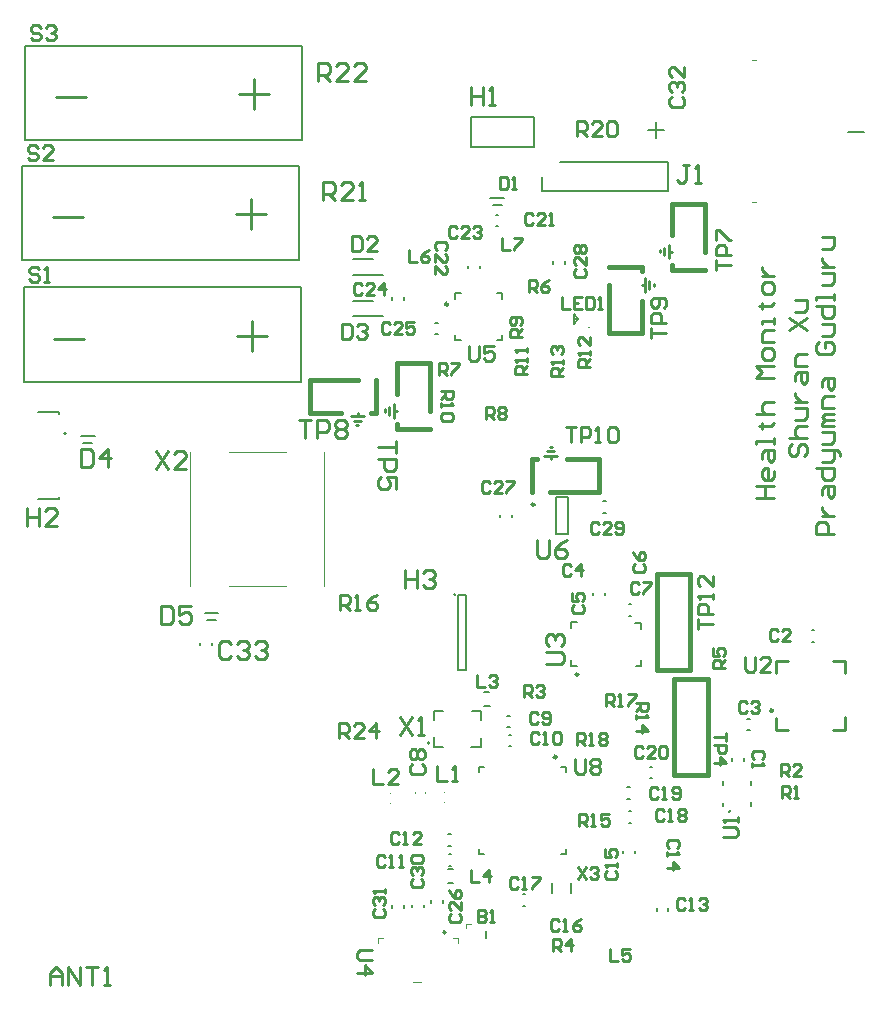
<source format=gto>
G04*
G04 #@! TF.GenerationSoftware,Altium Limited,Altium Designer,23.1.1 (15)*
G04*
G04 Layer_Color=65535*
%FSLAX44Y44*%
%MOMM*%
G71*
G04*
G04 #@! TF.SameCoordinates,8BC828A1-C8E0-4588-AEB6-AA5E87443106*
G04*
G04*
G04 #@! TF.FilePolarity,Positive*
G04*
G01*
G75*
%ADD10C,0.1524*%
%ADD11C,0.2500*%
%ADD12C,0.2540*%
%ADD13C,0.1000*%
%ADD14C,0.2000*%
%ADD15C,0.2032*%
%ADD16C,0.3810*%
%ADD17C,0.2050*%
%ADD18C,0.1270*%
%ADD19C,0.0762*%
D10*
X377952Y347332D02*
G03*
X377952Y347332I-762J0D01*
G01*
X355600Y221742D02*
G03*
X355600Y221742I-762J0D01*
G01*
X48184Y483662D02*
G03*
X48184Y483662I-762J0D01*
G01*
X380290Y347077D02*
X386790D01*
X380290Y283577D02*
Y347077D01*
Y283577D02*
X386790D01*
Y347077D01*
X359664Y218694D02*
Y226625D01*
Y218694D02*
X367284D01*
X359664Y249174D02*
X367595D01*
X359664Y241554D02*
Y249174D01*
X399288Y241243D02*
Y249174D01*
X391668D02*
X399288D01*
X391414Y218694D02*
X399345D01*
Y226314D01*
X42140Y428120D02*
Y429920D01*
Y500320D02*
Y502120D01*
X24590Y428120D02*
X42140D01*
X24590Y502120D02*
X42140D01*
D11*
X371582Y593227D02*
G03*
X371582Y593227I-1250J0D01*
G01*
X444824Y423591D02*
G03*
X444824Y423591I-1250J0D01*
G01*
X463494Y210012D02*
G03*
X463494Y210012I-1250J0D01*
G01*
D12*
X369298Y61468D02*
G03*
X369298Y61468I-762J0D01*
G01*
X481967Y279665D02*
G03*
X481967Y279665I-1192J0D01*
G01*
X609958Y163870D02*
G03*
X609958Y163870I-254J0D01*
G01*
X646442Y249188D02*
G03*
X646442Y249188I-1016J0D01*
G01*
X551050Y637052D02*
Y638899D01*
X554860Y634512D02*
Y640862D01*
X558671Y637687D02*
X561211D01*
X558671Y631972D02*
Y643402D01*
X325628Y497205D02*
Y508635D01*
Y502920D02*
X328168D01*
X321818Y499745D02*
Y506095D01*
X318008Y502285D02*
Y504132D01*
X457835Y472440D02*
X459682D01*
X455295Y468630D02*
X461645D01*
X458470Y462280D02*
Y464820D01*
X452755D02*
X464185D01*
X545732Y608401D02*
Y610248D01*
X541922Y606438D02*
Y612789D01*
X535572Y609613D02*
X538111D01*
Y603899D02*
Y615328D01*
X289433Y498478D02*
X300863D01*
X295148D02*
Y501017D01*
X291973Y494668D02*
X298323D01*
X293936Y490858D02*
X295783D01*
X649237Y280844D02*
Y290844D01*
X649491Y291352D02*
X659491D01*
X649744Y232932D02*
X659744D01*
X649237Y233186D02*
Y243186D01*
X707656Y233694D02*
Y243694D01*
X697402Y233186D02*
X707402D01*
X697149Y291352D02*
X707656D01*
Y281098D02*
Y291352D01*
X698502Y398780D02*
X683267D01*
Y406398D01*
X685806Y408937D01*
X690884D01*
X693423Y406398D01*
Y398780D01*
X688345Y414015D02*
X698502D01*
X693423D01*
X690884Y416554D01*
X688345Y419093D01*
Y421633D01*
Y431789D02*
Y436868D01*
X690884Y439407D01*
X698502D01*
Y431789D01*
X695963Y429250D01*
X693423Y431789D01*
Y439407D01*
X683267Y454642D02*
X698502D01*
Y447024D01*
X695963Y444485D01*
X690884D01*
X688345Y447024D01*
Y454642D01*
Y459720D02*
X695963D01*
X698502Y462259D01*
Y469877D01*
X701041D01*
X703580Y467338D01*
Y464799D01*
X698502Y469877D02*
X688345D01*
Y474955D02*
X695963D01*
X698502Y477495D01*
Y485112D01*
X688345D01*
X698502Y490190D02*
X688345D01*
Y492730D01*
X690884Y495269D01*
X698502D01*
X690884D01*
X688345Y497808D01*
X690884Y500347D01*
X698502D01*
Y505425D02*
X688345D01*
Y513043D01*
X690884Y515582D01*
X698502D01*
X688345Y523200D02*
Y528278D01*
X690884Y530817D01*
X698502D01*
Y523200D01*
X695963Y520661D01*
X693423Y523200D01*
Y530817D01*
X685806Y561287D02*
X683267Y558748D01*
Y553670D01*
X685806Y551131D01*
X695963D01*
X698502Y553670D01*
Y558748D01*
X695963Y561287D01*
X690884D01*
Y556209D01*
X688345Y566366D02*
X695963D01*
X698502Y568905D01*
Y576522D01*
X688345D01*
X683267Y591758D02*
X698502D01*
Y584140D01*
X695963Y581601D01*
X690884D01*
X688345Y584140D01*
Y591758D01*
X698502Y596836D02*
Y601914D01*
Y599375D01*
X683267D01*
Y596836D01*
X688345Y609532D02*
X695963D01*
X698502Y612071D01*
Y619688D01*
X688345D01*
Y624767D02*
X698502D01*
X693423D01*
X690884Y627306D01*
X688345Y629845D01*
Y632384D01*
Y640002D02*
X695963D01*
X698502Y642541D01*
Y650159D01*
X688345D01*
X662944Y474977D02*
X660405Y472438D01*
Y467359D01*
X662944Y464820D01*
X665483D01*
X668023Y467359D01*
Y472438D01*
X670562Y474977D01*
X673101D01*
X675640Y472438D01*
Y467359D01*
X673101Y464820D01*
X660405Y480055D02*
X675640D01*
X668023D01*
X665483Y482594D01*
Y487673D01*
X668023Y490212D01*
X675640D01*
X665483Y495290D02*
X673101D01*
X675640Y497829D01*
Y505447D01*
X665483D01*
Y510525D02*
X675640D01*
X670562D01*
X668023Y513064D01*
X665483Y515604D01*
Y518143D01*
Y528299D02*
Y533378D01*
X668023Y535917D01*
X675640D01*
Y528299D01*
X673101Y525760D01*
X670562Y528299D01*
Y535917D01*
X675640Y540995D02*
X665483D01*
Y548613D01*
X668023Y551152D01*
X675640D01*
X660405Y571465D02*
X675640Y581622D01*
X660405D02*
X675640Y571465D01*
X665483Y586701D02*
X673101D01*
X675640Y589240D01*
Y596857D01*
X665483D01*
X632465Y429260D02*
X647700D01*
X640082D01*
Y439417D01*
X632465D01*
X647700D01*
Y452113D02*
Y447034D01*
X645161Y444495D01*
X640082D01*
X637543Y447034D01*
Y452113D01*
X640082Y454652D01*
X642622D01*
Y444495D01*
X637543Y462269D02*
Y467348D01*
X640082Y469887D01*
X647700D01*
Y462269D01*
X645161Y459730D01*
X642622Y462269D01*
Y469887D01*
X647700Y474965D02*
Y480044D01*
Y477504D01*
X632465D01*
Y474965D01*
X635004Y490200D02*
X637543D01*
Y487661D01*
Y492739D01*
Y490200D01*
X645161D01*
X647700Y492739D01*
X632465Y500357D02*
X647700D01*
X640082D01*
X637543Y502896D01*
Y507975D01*
X640082Y510514D01*
X647700D01*
Y530827D02*
X632465D01*
X637543Y535905D01*
X632465Y540984D01*
X647700D01*
Y548601D02*
Y553680D01*
X645161Y556219D01*
X640082D01*
X637543Y553680D01*
Y548601D01*
X640082Y546062D01*
X645161D01*
X647700Y548601D01*
Y561297D02*
X637543D01*
Y568915D01*
X640082Y571454D01*
X647700D01*
Y576532D02*
Y581611D01*
Y579072D01*
X637543D01*
Y576532D01*
X635004Y591767D02*
X637543D01*
Y589228D01*
Y594307D01*
Y591767D01*
X645161D01*
X647700Y594307D01*
Y604463D02*
Y609542D01*
X645161Y612081D01*
X640082D01*
X637543Y609542D01*
Y604463D01*
X640082Y601924D01*
X645161D01*
X647700Y604463D01*
X637543Y617159D02*
X647700D01*
X642622D01*
X640082Y619698D01*
X637543Y622238D01*
Y624777D01*
X218580Y566426D02*
X193188D01*
X205884Y553730D02*
Y579122D01*
X63640Y563886D02*
X38248D01*
X217170Y669296D02*
X191778D01*
X204474Y656600D02*
Y681992D01*
X62230Y666756D02*
X36838D01*
X219710Y770896D02*
X194318D01*
X207014Y758200D02*
Y783592D01*
X64770Y768356D02*
X39378D01*
X391414Y777235D02*
Y762000D01*
Y769617D01*
X401571D01*
Y777235D01*
Y762000D01*
X406649D02*
X411727D01*
X409188D01*
Y777235D01*
X406649Y774696D01*
X416986Y648968D02*
Y638812D01*
X423757D01*
X427143Y648968D02*
X433914D01*
Y647276D01*
X427143Y640504D01*
Y638812D01*
X128528Y338072D02*
Y322836D01*
X136146D01*
X138685Y325376D01*
Y335532D01*
X136146Y338072D01*
X128528D01*
X153920D02*
X143763D01*
Y330454D01*
X148841Y332993D01*
X151381D01*
X153920Y330454D01*
Y325376D01*
X151381Y322836D01*
X146302D01*
X143763Y325376D01*
X481080Y220220D02*
Y230376D01*
X486158D01*
X487851Y228684D01*
Y225298D01*
X486158Y223605D01*
X481080D01*
X484466D02*
X487851Y220220D01*
X491237D02*
X494622D01*
X492930D01*
Y230376D01*
X491237Y228684D01*
X499701D02*
X501394Y230376D01*
X504779D01*
X506472Y228684D01*
Y226991D01*
X504779Y225298D01*
X506472Y223605D01*
Y221912D01*
X504779Y220220D01*
X501394D01*
X499701Y221912D01*
Y223605D01*
X501394Y225298D01*
X499701Y226991D01*
Y228684D01*
X501394Y225298D02*
X504779D01*
X482604Y151132D02*
Y161288D01*
X487682D01*
X489375Y159596D01*
Y156210D01*
X487682Y154517D01*
X482604D01*
X485990D02*
X489375Y151132D01*
X492761D02*
X496146D01*
X494454D01*
Y161288D01*
X492761Y159596D01*
X507996Y161288D02*
X501225D01*
Y156210D01*
X504610Y157903D01*
X506303D01*
X507996Y156210D01*
Y152824D01*
X506303Y151132D01*
X502918D01*
X501225Y152824D01*
X278982Y225808D02*
Y238504D01*
X285330D01*
X287446Y236388D01*
Y232156D01*
X285330Y230040D01*
X278982D01*
X283214D02*
X287446Y225808D01*
X300142D02*
X291678D01*
X300142Y234272D01*
Y236388D01*
X298026Y238504D01*
X293794D01*
X291678Y236388D01*
X310722Y225808D02*
Y238504D01*
X304374Y232156D01*
X312838D01*
X187709Y305306D02*
X185170Y307845D01*
X180092D01*
X177553Y305306D01*
Y295150D01*
X180092Y292610D01*
X185170D01*
X187709Y295150D01*
X192788Y305306D02*
X195327Y307845D01*
X200405D01*
X202944Y305306D01*
Y302767D01*
X200405Y300228D01*
X197866D01*
X200405D01*
X202944Y297689D01*
Y295150D01*
X200405Y292610D01*
X195327D01*
X192788Y295150D01*
X208023Y305306D02*
X210562Y307845D01*
X215640D01*
X218179Y305306D01*
Y302767D01*
X215640Y300228D01*
X213101D01*
X215640D01*
X218179Y297689D01*
Y295150D01*
X215640Y292610D01*
X210562D01*
X208023Y295150D01*
X560918Y769030D02*
X558802Y766914D01*
Y762682D01*
X560918Y760566D01*
X569382D01*
X571498Y762682D01*
Y766914D01*
X569382Y769030D01*
X560918Y773262D02*
X558802Y775378D01*
Y779610D01*
X560918Y781726D01*
X563034D01*
X565150Y779610D01*
Y777494D01*
Y779610D01*
X567266Y781726D01*
X569382D01*
X571498Y779610D01*
Y775378D01*
X569382Y773262D01*
X571498Y794422D02*
Y785958D01*
X563034Y794422D01*
X560918D01*
X558802Y792306D01*
Y788074D01*
X560918Y785958D01*
X575310Y711450D02*
X570232D01*
X572771D01*
Y698754D01*
X570232Y696215D01*
X567692D01*
X565153Y698754D01*
X580388Y696215D02*
X585467D01*
X582928D01*
Y711450D01*
X580388Y708911D01*
X309796Y81028D02*
X308104Y79335D01*
Y75949D01*
X309796Y74257D01*
X316568D01*
X318260Y75949D01*
Y79335D01*
X316568Y81028D01*
X309796Y84413D02*
X308104Y86106D01*
Y89492D01*
X309796Y91184D01*
X311489D01*
X313182Y89492D01*
Y87799D01*
Y89492D01*
X314875Y91184D01*
X316568D01*
X318260Y89492D01*
Y86106D01*
X316568Y84413D01*
X318260Y94570D02*
Y97956D01*
Y96263D01*
X308104D01*
X309796Y94570D01*
X407249Y441536D02*
X405556Y443228D01*
X402170D01*
X400478Y441536D01*
Y434764D01*
X402170Y433072D01*
X405556D01*
X407249Y434764D01*
X417406Y433072D02*
X410634D01*
X417406Y439843D01*
Y441536D01*
X415713Y443228D01*
X412327D01*
X410634Y441536D01*
X420791Y443228D02*
X427562D01*
Y441536D01*
X420791Y434764D01*
Y433072D01*
X307338Y46394D02*
X296758D01*
X294642Y44278D01*
Y40046D01*
X296758Y37930D01*
X307338D01*
X294642Y27350D02*
X307338D01*
X300990Y33698D01*
Y25234D01*
X374312Y76795D02*
X372620Y75102D01*
Y71716D01*
X374312Y70024D01*
X381084D01*
X382776Y71716D01*
Y75102D01*
X381084Y76795D01*
X382776Y86952D02*
Y80180D01*
X376005Y86952D01*
X374312D01*
X372620Y85259D01*
Y81873D01*
X374312Y80180D01*
X372620Y97108D02*
X374312Y93723D01*
X377698Y90337D01*
X381084D01*
X382776Y92030D01*
Y95415D01*
X381084Y97108D01*
X379391D01*
X377698Y95415D01*
Y90337D01*
X322159Y576156D02*
X320466Y577848D01*
X317080D01*
X315388Y576156D01*
Y569384D01*
X317080Y567692D01*
X320466D01*
X322159Y569384D01*
X332316Y567692D02*
X325544D01*
X332316Y574463D01*
Y576156D01*
X330623Y577848D01*
X327237D01*
X325544Y576156D01*
X342472Y577848D02*
X335701D01*
Y572770D01*
X339087Y574463D01*
X340779D01*
X342472Y572770D01*
Y569384D01*
X340779Y567692D01*
X337394D01*
X335701Y569384D01*
X26954Y827192D02*
X24838Y829308D01*
X20606D01*
X18490Y827192D01*
Y825076D01*
X20606Y822960D01*
X24838D01*
X26954Y820844D01*
Y818728D01*
X24838Y816612D01*
X20606D01*
X18490Y818728D01*
X31186Y827192D02*
X33302Y829308D01*
X37534D01*
X39650Y827192D01*
Y825076D01*
X37534Y822960D01*
X35418D01*
X37534D01*
X39650Y820844D01*
Y818728D01*
X37534Y816612D01*
X33302D01*
X31186Y818728D01*
X24414Y725592D02*
X22298Y727708D01*
X18066D01*
X15950Y725592D01*
Y723476D01*
X18066Y721360D01*
X22298D01*
X24414Y719244D01*
Y717128D01*
X22298Y715012D01*
X18066D01*
X15950Y717128D01*
X37110Y715012D02*
X28646D01*
X37110Y723476D01*
Y725592D01*
X34994Y727708D01*
X30762D01*
X28646Y725592D01*
X261373Y782322D02*
Y797558D01*
X268990D01*
X271529Y795018D01*
Y789940D01*
X268990Y787401D01*
X261373D01*
X266451D02*
X271529Y782322D01*
X286764D02*
X276608D01*
X286764Y792479D01*
Y795018D01*
X284225Y797558D01*
X279147D01*
X276608Y795018D01*
X301999Y782322D02*
X291843D01*
X301999Y792479D01*
Y795018D01*
X299460Y797558D01*
X294382D01*
X291843Y795018D01*
X265436Y681485D02*
Y696720D01*
X273053D01*
X275592Y694180D01*
Y689102D01*
X273053Y686563D01*
X265436D01*
X270514D02*
X275592Y681485D01*
X290828D02*
X280671D01*
X290828Y691641D01*
Y694180D01*
X288288Y696720D01*
X283210D01*
X280671Y694180D01*
X295906Y681485D02*
X300984D01*
X298445D01*
Y696720D01*
X295906Y694180D01*
X25400Y622722D02*
X23284Y624838D01*
X19052D01*
X16936Y622722D01*
Y620606D01*
X19052Y618490D01*
X23284D01*
X25400Y616374D01*
Y614258D01*
X23284Y612142D01*
X19052D01*
X16936Y614258D01*
X29632Y612142D02*
X33864D01*
X31748D01*
Y624838D01*
X29632Y622722D01*
X471050Y489202D02*
X479514D01*
X475282D01*
Y476506D01*
X483746D02*
Y489202D01*
X490094D01*
X492210Y487086D01*
Y482854D01*
X490094Y480738D01*
X483746D01*
X496442Y476506D02*
X500674D01*
X498558D01*
Y489202D01*
X496442Y487086D01*
X507022D02*
X509138Y489202D01*
X513370D01*
X515486Y487086D01*
Y478622D01*
X513370Y476506D01*
X509138D01*
X507022Y478622D01*
Y487086D01*
X543816Y564732D02*
Y573196D01*
Y568964D01*
X556512D01*
Y577428D02*
X543816D01*
Y583776D01*
X545932Y585892D01*
X550164D01*
X552280Y583776D01*
Y577428D01*
X554396Y590124D02*
X556512Y592240D01*
Y596472D01*
X554396Y598588D01*
X545932D01*
X543816Y596472D01*
Y592240D01*
X545932Y590124D01*
X548048D01*
X550164Y592240D01*
Y598588D01*
X245117Y495298D02*
X255273D01*
X250195D01*
Y480062D01*
X260352D02*
Y495298D01*
X267969D01*
X270508Y492758D01*
Y487680D01*
X267969Y485141D01*
X260352D01*
X275587Y492758D02*
X278126Y495298D01*
X283204D01*
X285743Y492758D01*
Y490219D01*
X283204Y487680D01*
X285743Y485141D01*
Y482602D01*
X283204Y480062D01*
X278126D01*
X275587Y482602D01*
Y485141D01*
X278126Y487680D01*
X275587Y490219D01*
Y492758D01*
X278126Y487680D02*
X283204D01*
X598680Y622136D02*
Y630600D01*
Y626368D01*
X611376D01*
Y634832D02*
X598680D01*
Y641180D01*
X600796Y643296D01*
X605028D01*
X607144Y641180D01*
Y634832D01*
X598680Y647528D02*
Y655992D01*
X600796D01*
X609260Y647528D01*
X611376D01*
X327658Y477513D02*
Y467357D01*
Y472435D01*
X312423D01*
Y462278D02*
X327658D01*
Y454661D01*
X325118Y452122D01*
X320040D01*
X317501Y454661D01*
Y462278D01*
X327658Y436887D02*
Y447043D01*
X320040D01*
X322579Y441965D01*
Y439426D01*
X320040Y436887D01*
X314962D01*
X312423Y439426D01*
Y444504D01*
X314962Y447043D01*
X606804Y229950D02*
Y223179D01*
Y226565D01*
X596648D01*
Y219793D02*
X606804D01*
Y214715D01*
X605112Y213022D01*
X601726D01*
X600033Y214715D01*
Y219793D01*
X596648Y204559D02*
X606804D01*
X601726Y209637D01*
Y202866D01*
X397343Y80770D02*
Y70614D01*
X402421D01*
X404114Y72306D01*
Y73999D01*
X402421Y75692D01*
X397343D01*
X402421D01*
X404114Y77385D01*
Y79078D01*
X402421Y80770D01*
X397343D01*
X407500Y70614D02*
X410885D01*
X409192D01*
Y80770D01*
X407500Y79078D01*
X481502Y116584D02*
X488273Y106428D01*
Y116584D02*
X481502Y106428D01*
X491659Y114892D02*
X493352Y116584D01*
X496737D01*
X498430Y114892D01*
Y113199D01*
X496737Y111506D01*
X495044D01*
X496737D01*
X498430Y109813D01*
Y108120D01*
X496737Y106428D01*
X493352D01*
X491659Y108120D01*
X124210Y469136D02*
X134367Y453900D01*
Y469136D02*
X124210Y453900D01*
X149602D02*
X139445D01*
X149602Y464057D01*
Y466596D01*
X147063Y469136D01*
X141984D01*
X139445Y466596D01*
X331219Y243584D02*
X341376Y228349D01*
Y243584D02*
X331219Y228349D01*
X346454D02*
X351533D01*
X348994D01*
Y243584D01*
X346454Y241044D01*
X479132Y208278D02*
Y197698D01*
X481248Y195582D01*
X485480D01*
X487596Y197698D01*
Y208278D01*
X491828Y206162D02*
X493944Y208278D01*
X498176D01*
X500292Y206162D01*
Y204046D01*
X498176Y201930D01*
X500292Y199814D01*
Y197698D01*
X498176Y195582D01*
X493944D01*
X491828Y197698D01*
Y199814D01*
X493944Y201930D01*
X491828Y204046D01*
Y206162D01*
X493944Y201930D02*
X498176D01*
X447044Y393698D02*
Y381002D01*
X449583Y378462D01*
X454662D01*
X457201Y381002D01*
Y393698D01*
X472436D02*
X467357Y391158D01*
X462279Y386080D01*
Y381002D01*
X464818Y378462D01*
X469897D01*
X472436Y381002D01*
Y383541D01*
X469897Y386080D01*
X462279D01*
X388962Y558036D02*
Y547456D01*
X391078Y545340D01*
X395310D01*
X397426Y547456D01*
Y558036D01*
X410122D02*
X401658D01*
Y551688D01*
X405890Y553804D01*
X408006D01*
X410122Y551688D01*
Y547456D01*
X408006Y545340D01*
X403774D01*
X401658Y547456D01*
X454408Y288294D02*
X467104D01*
X469644Y290833D01*
Y295912D01*
X467104Y298451D01*
X454408D01*
X456948Y303529D02*
X454408Y306068D01*
Y311147D01*
X456948Y313686D01*
X459487D01*
X462026Y311147D01*
Y308608D01*
Y311147D01*
X464565Y313686D01*
X467104D01*
X469644Y311147D01*
Y306068D01*
X467104Y303529D01*
X623150Y294638D02*
Y284058D01*
X625266Y281942D01*
X629498D01*
X631614Y284058D01*
Y294638D01*
X644310Y281942D02*
X635846D01*
X644310Y290406D01*
Y292522D01*
X642194Y294638D01*
X637962D01*
X635846Y292522D01*
X604014Y141904D02*
X614594D01*
X616710Y144020D01*
Y148252D01*
X614594Y150368D01*
X604014D01*
X616710Y154600D02*
Y158832D01*
Y156716D01*
X604014D01*
X606130Y154600D01*
X583186Y318396D02*
Y326860D01*
Y322628D01*
X595882D01*
Y331092D02*
X583186D01*
Y337440D01*
X585302Y339556D01*
X589534D01*
X591650Y337440D01*
Y331092D01*
X595882Y343788D02*
Y348020D01*
Y345904D01*
X583186D01*
X585302Y343788D01*
X595882Y362832D02*
Y354368D01*
X587418Y362832D01*
X585302D01*
X583186Y360716D01*
Y356484D01*
X585302Y354368D01*
X480658Y735586D02*
Y748282D01*
X487006D01*
X489122Y746166D01*
Y741934D01*
X487006Y739818D01*
X480658D01*
X484890D02*
X489122Y735586D01*
X501818D02*
X493354D01*
X501818Y744050D01*
Y746166D01*
X499702Y748282D01*
X495470D01*
X493354Y746166D01*
X506050D02*
X508166Y748282D01*
X512398D01*
X514514Y746166D01*
Y737702D01*
X512398Y735586D01*
X508166D01*
X506050Y737702D01*
Y746166D01*
X505464Y252732D02*
Y262888D01*
X510542D01*
X512235Y261196D01*
Y257810D01*
X510542Y256117D01*
X505464D01*
X508850D02*
X512235Y252732D01*
X515621D02*
X519006D01*
X517314D01*
Y262888D01*
X515621Y261196D01*
X524085Y262888D02*
X530856D01*
Y261196D01*
X524085Y254424D01*
Y252732D01*
X279786Y334520D02*
Y347216D01*
X286134D01*
X288250Y345100D01*
Y340868D01*
X286134Y338752D01*
X279786D01*
X284018D02*
X288250Y334520D01*
X292482D02*
X296714D01*
X294598D01*
Y347216D01*
X292482Y345100D01*
X311526Y347216D02*
X307294Y345100D01*
X303062Y340868D01*
Y336636D01*
X305178Y334520D01*
X309410D01*
X311526Y336636D01*
Y338752D01*
X309410Y340868D01*
X303062D01*
X530862Y255266D02*
X541018D01*
Y250187D01*
X539326Y248495D01*
X535940D01*
X534247Y250187D01*
Y255266D01*
Y251880D02*
X530862Y248495D01*
Y245109D02*
Y241724D01*
Y243416D01*
X541018D01*
X539326Y245109D01*
X530862Y231567D02*
X541018D01*
X535940Y236645D01*
Y229874D01*
X468882Y532134D02*
X458726D01*
Y537212D01*
X460418Y538905D01*
X463804D01*
X465497Y537212D01*
Y532134D01*
Y535520D02*
X468882Y538905D01*
Y542291D02*
Y545676D01*
Y543984D01*
X458726D01*
X460418Y542291D01*
Y550755D02*
X458726Y552448D01*
Y555833D01*
X460418Y557526D01*
X462111D01*
X463804Y555833D01*
Y554140D01*
Y555833D01*
X465497Y557526D01*
X467190D01*
X468882Y555833D01*
Y552448D01*
X467190Y550755D01*
X491742Y539754D02*
X481586D01*
Y544832D01*
X483278Y546525D01*
X486664D01*
X488357Y544832D01*
Y539754D01*
Y543140D02*
X491742Y546525D01*
Y549911D02*
Y553296D01*
Y551604D01*
X481586D01*
X483278Y549911D01*
X491742Y565146D02*
Y558375D01*
X484971Y565146D01*
X483278D01*
X481586Y563453D01*
Y560068D01*
X483278Y558375D01*
X438148Y533827D02*
X427992D01*
Y538905D01*
X429684Y540598D01*
X433070D01*
X434763Y538905D01*
Y533827D01*
Y537212D02*
X438148Y540598D01*
Y543984D02*
Y547369D01*
Y545676D01*
X427992D01*
X429684Y543984D01*
X438148Y552448D02*
Y555833D01*
Y554140D01*
X427992D01*
X429684Y552448D01*
X365762Y519934D02*
X375918D01*
Y514855D01*
X374226Y513163D01*
X370840D01*
X369147Y514855D01*
Y519934D01*
Y516548D02*
X365762Y513163D01*
Y509777D02*
Y506392D01*
Y508084D01*
X375918D01*
X374226Y509777D01*
Y501313D02*
X375918Y499620D01*
Y496235D01*
X374226Y494542D01*
X367454D01*
X365762Y496235D01*
Y499620D01*
X367454Y501313D01*
X374226D01*
X434338Y565576D02*
X424182D01*
Y570654D01*
X425874Y572347D01*
X429260D01*
X430953Y570654D01*
Y565576D01*
Y568962D02*
X434338Y572347D01*
X432646Y575733D02*
X434338Y577426D01*
Y580811D01*
X432646Y582504D01*
X425874D01*
X424182Y580811D01*
Y577426D01*
X425874Y575733D01*
X427567D01*
X429260Y577426D01*
Y582504D01*
X404032Y495810D02*
Y505966D01*
X409110D01*
X410803Y504274D01*
Y500888D01*
X409110Y499195D01*
X404032D01*
X407418D02*
X410803Y495810D01*
X414189Y504274D02*
X415882Y505966D01*
X419267D01*
X420960Y504274D01*
Y502581D01*
X419267Y500888D01*
X420960Y499195D01*
Y497502D01*
X419267Y495810D01*
X415882D01*
X414189Y497502D01*
Y499195D01*
X415882Y500888D01*
X414189Y502581D01*
Y504274D01*
X415882Y500888D02*
X419267D01*
X363646Y533402D02*
Y543558D01*
X368724D01*
X370417Y541866D01*
Y538480D01*
X368724Y536787D01*
X363646D01*
X367032D02*
X370417Y533402D01*
X373803Y543558D02*
X380574D01*
Y541866D01*
X373803Y535094D01*
Y533402D01*
X439846Y603252D02*
Y613408D01*
X444924D01*
X446617Y611716D01*
Y608330D01*
X444924Y606637D01*
X439846D01*
X443232D02*
X446617Y603252D01*
X456774Y613408D02*
X453388Y611716D01*
X450003Y608330D01*
Y604944D01*
X451696Y603252D01*
X455081D01*
X456774Y604944D01*
Y606637D01*
X455081Y608330D01*
X450003D01*
X605788Y284906D02*
X595632D01*
Y289984D01*
X597324Y291677D01*
X600710D01*
X602403Y289984D01*
Y284906D01*
Y288292D02*
X605788Y291677D01*
X595632Y301834D02*
Y295063D01*
X600710D01*
X599017Y298448D01*
Y300141D01*
X600710Y301834D01*
X604096D01*
X605788Y300141D01*
Y296756D01*
X604096Y295063D01*
X460166Y45468D02*
Y55624D01*
X465244D01*
X466937Y53932D01*
Y50546D01*
X465244Y48853D01*
X460166D01*
X463552D02*
X466937Y45468D01*
X475401D02*
Y55624D01*
X470323Y50546D01*
X477094D01*
X436036Y260352D02*
Y270508D01*
X441114D01*
X442807Y268816D01*
Y265430D01*
X441114Y263737D01*
X436036D01*
X439422D02*
X442807Y260352D01*
X446193Y268816D02*
X447886Y270508D01*
X451271D01*
X452964Y268816D01*
Y267123D01*
X451271Y265430D01*
X449578D01*
X451271D01*
X452964Y263737D01*
Y262044D01*
X451271Y260352D01*
X447886D01*
X446193Y262044D01*
X653460Y194058D02*
Y204214D01*
X658538D01*
X660231Y202522D01*
Y199136D01*
X658538Y197443D01*
X653460D01*
X656846D02*
X660231Y194058D01*
X670388D02*
X663617D01*
X670388Y200829D01*
Y202522D01*
X668695Y204214D01*
X665310D01*
X663617Y202522D01*
X654645Y175101D02*
Y185257D01*
X659723D01*
X661416Y183564D01*
Y180179D01*
X659723Y178486D01*
X654645D01*
X658030D02*
X661416Y175101D01*
X664802D02*
X668187D01*
X666494D01*
Y185257D01*
X664802Y183564D01*
X468212Y599438D02*
Y589282D01*
X474983D01*
X485140Y599438D02*
X478369D01*
Y589282D01*
X485140D01*
X478369Y594360D02*
X481754D01*
X488526Y599438D02*
Y589282D01*
X493604D01*
X495297Y590974D01*
Y597746D01*
X493604Y599438D01*
X488526D01*
X498682Y589282D02*
X502068D01*
X500375D01*
Y599438D01*
X498682Y597746D01*
X338246Y638808D02*
Y628652D01*
X345017D01*
X355174Y638808D02*
X351788Y637116D01*
X348403Y633730D01*
Y630344D01*
X350096Y628652D01*
X353481D01*
X355174Y630344D01*
Y632037D01*
X353481Y633730D01*
X348403D01*
X508426Y47750D02*
Y37594D01*
X515197D01*
X525354Y47750D02*
X518583D01*
Y42672D01*
X521968Y44365D01*
X523661D01*
X525354Y42672D01*
Y39286D01*
X523661Y37594D01*
X520276D01*
X518583Y39286D01*
X390824Y114552D02*
Y104396D01*
X397595D01*
X406059D02*
Y114552D01*
X400981Y109474D01*
X407752D01*
X396083Y279652D02*
Y269496D01*
X402854D01*
X406240Y277960D02*
X407932Y279652D01*
X411318D01*
X413011Y277960D01*
Y276267D01*
X411318Y274574D01*
X409625D01*
X411318D01*
X413011Y272881D01*
Y271188D01*
X411318Y269496D01*
X407932D01*
X406240Y271188D01*
X308190Y199388D02*
Y186692D01*
X316654D01*
X329350D02*
X320886D01*
X329350Y195156D01*
Y197272D01*
X327234Y199388D01*
X323002D01*
X320886Y197272D01*
X362376Y201928D02*
Y189232D01*
X370840D01*
X375072D02*
X379304D01*
X377188D01*
Y201928D01*
X375072Y199812D01*
X335284Y368298D02*
Y353063D01*
Y360680D01*
X345441D01*
Y368298D01*
Y353063D01*
X350519Y365758D02*
X353058Y368298D01*
X358137D01*
X360676Y365758D01*
Y363219D01*
X358137Y360680D01*
X355597D01*
X358137D01*
X360676Y358141D01*
Y355602D01*
X358137Y353063D01*
X353058D01*
X350519Y355602D01*
X15498Y420621D02*
Y405387D01*
Y413004D01*
X25655D01*
Y420621D01*
Y405387D01*
X40890D02*
X30733D01*
X40890Y415543D01*
Y418082D01*
X38351Y420621D01*
X33272D01*
X30733Y418082D01*
X60710Y470659D02*
Y455424D01*
X68328D01*
X70867Y457964D01*
Y468120D01*
X68328Y470659D01*
X60710D01*
X83563Y455424D02*
Y470659D01*
X75945Y463042D01*
X86102D01*
X281520Y576578D02*
Y563882D01*
X287868D01*
X289984Y565998D01*
Y574462D01*
X287868Y576578D01*
X281520D01*
X294216Y574462D02*
X296332Y576578D01*
X300564D01*
X302680Y574462D01*
Y572346D01*
X300564Y570230D01*
X298448D01*
X300564D01*
X302680Y568114D01*
Y565998D01*
X300564Y563882D01*
X296332D01*
X294216Y565998D01*
X290156Y651000D02*
Y638304D01*
X296504D01*
X298620Y640420D01*
Y648884D01*
X296504Y651000D01*
X290156D01*
X311316Y638304D02*
X302852D01*
X311316Y646768D01*
Y648884D01*
X309200Y651000D01*
X304968D01*
X302852Y648884D01*
X415631Y700784D02*
Y690628D01*
X420709D01*
X422402Y692320D01*
Y699092D01*
X420709Y700784D01*
X415631D01*
X425788Y690628D02*
X429173D01*
X427480D01*
Y700784D01*
X425788Y699092D01*
X342054Y106259D02*
X340362Y104566D01*
Y101180D01*
X342054Y99488D01*
X348826D01*
X350518Y101180D01*
Y104566D01*
X348826Y106259D01*
X342054Y109644D02*
X340362Y111337D01*
Y114723D01*
X342054Y116416D01*
X343747D01*
X345440Y114723D01*
Y113030D01*
Y114723D01*
X347133Y116416D01*
X348826D01*
X350518Y114723D01*
Y111337D01*
X348826Y109644D01*
X342054Y119801D02*
X340362Y121494D01*
Y124880D01*
X342054Y126572D01*
X348826D01*
X350518Y124880D01*
Y121494D01*
X348826Y119801D01*
X342054D01*
X499197Y406992D02*
X497504Y408684D01*
X494118D01*
X492426Y406992D01*
Y400220D01*
X494118Y398528D01*
X497504D01*
X499197Y400220D01*
X509354Y398528D02*
X502582D01*
X509354Y405299D01*
Y406992D01*
X507661Y408684D01*
X504275D01*
X502582Y406992D01*
X512739Y400220D02*
X514432Y398528D01*
X517817D01*
X519510Y400220D01*
Y406992D01*
X517817Y408684D01*
X514432D01*
X512739Y406992D01*
Y405299D01*
X514432Y403606D01*
X519510D01*
X480230Y623149D02*
X478538Y621456D01*
Y618070D01*
X480230Y616378D01*
X487002D01*
X488694Y618070D01*
Y621456D01*
X487002Y623149D01*
X488694Y633306D02*
Y626534D01*
X481923Y633306D01*
X480230D01*
X478538Y631613D01*
Y628227D01*
X480230Y626534D01*
Y636691D02*
X478538Y638384D01*
Y641769D01*
X480230Y643462D01*
X481923D01*
X483616Y641769D01*
X485309Y643462D01*
X487002D01*
X488694Y641769D01*
Y638384D01*
X487002Y636691D01*
X485309D01*
X483616Y638384D01*
X481923Y636691D01*
X480230D01*
X483616Y638384D02*
Y641769D01*
X298791Y609176D02*
X297098Y610868D01*
X293713D01*
X292020Y609176D01*
Y602404D01*
X293713Y600712D01*
X297098D01*
X298791Y602404D01*
X308948Y600712D02*
X302176D01*
X308948Y607483D01*
Y609176D01*
X307255Y610868D01*
X303869D01*
X302176Y609176D01*
X317411Y600712D02*
Y610868D01*
X312333Y605790D01*
X319104D01*
X379309Y657436D02*
X377616Y659128D01*
X374230D01*
X372538Y657436D01*
Y650664D01*
X374230Y648972D01*
X377616D01*
X379309Y650664D01*
X389466Y648972D02*
X382694D01*
X389466Y655743D01*
Y657436D01*
X387773Y659128D01*
X384387D01*
X382694Y657436D01*
X392851D02*
X394544Y659128D01*
X397929D01*
X399622Y657436D01*
Y655743D01*
X397929Y654050D01*
X396237D01*
X397929D01*
X399622Y652357D01*
Y650664D01*
X397929Y648972D01*
X394544D01*
X392851Y650664D01*
X369146Y639231D02*
X370838Y640924D01*
Y644309D01*
X369146Y646002D01*
X362374D01*
X360682Y644309D01*
Y640924D01*
X362374Y639231D01*
X360682Y629074D02*
Y635846D01*
X367453Y629074D01*
X369146D01*
X370838Y630767D01*
Y634153D01*
X369146Y635846D01*
X360682Y618918D02*
Y625689D01*
X367453Y618918D01*
X369146D01*
X370838Y620611D01*
Y623996D01*
X369146Y625689D01*
X443232Y668866D02*
X441539Y670558D01*
X438153D01*
X436460Y668866D01*
Y662094D01*
X438153Y660402D01*
X441539D01*
X443232Y662094D01*
X453388Y660402D02*
X446617D01*
X453388Y667173D01*
Y668866D01*
X451696Y670558D01*
X448310D01*
X446617Y668866D01*
X456774Y660402D02*
X460159D01*
X458467D01*
Y670558D01*
X456774Y668866D01*
X536535Y217762D02*
X534842Y219454D01*
X531456D01*
X529764Y217762D01*
Y210990D01*
X531456Y209298D01*
X534842D01*
X536535Y210990D01*
X546692Y209298D02*
X539920D01*
X546692Y216069D01*
Y217762D01*
X544999Y219454D01*
X541613D01*
X539920Y217762D01*
X550077D02*
X551770Y219454D01*
X555155D01*
X556848Y217762D01*
Y210990D01*
X555155Y209298D01*
X551770D01*
X550077Y210990D01*
Y217762D01*
X549065Y182456D02*
X547373Y184148D01*
X543987D01*
X542294Y182456D01*
Y175684D01*
X543987Y173992D01*
X547373D01*
X549065Y175684D01*
X552451Y173992D02*
X555836D01*
X554144D01*
Y184148D01*
X552451Y182456D01*
X560915Y175684D02*
X562608Y173992D01*
X565993D01*
X567686Y175684D01*
Y182456D01*
X565993Y184148D01*
X562608D01*
X560915Y182456D01*
Y180763D01*
X562608Y179070D01*
X567686D01*
X554145Y164422D02*
X552453Y166114D01*
X549067D01*
X547374Y164422D01*
Y157650D01*
X549067Y155958D01*
X552453D01*
X554145Y157650D01*
X557531Y155958D02*
X560916D01*
X559224D01*
Y166114D01*
X557531Y164422D01*
X565995D02*
X567688Y166114D01*
X571073D01*
X572766Y164422D01*
Y162729D01*
X571073Y161036D01*
X572766Y159343D01*
Y157650D01*
X571073Y155958D01*
X567688D01*
X565995Y157650D01*
Y159343D01*
X567688Y161036D01*
X565995Y162729D01*
Y164422D01*
X567688Y161036D02*
X571073D01*
X431209Y106510D02*
X429516Y108202D01*
X426131D01*
X424438Y106510D01*
Y99738D01*
X426131Y98046D01*
X429516D01*
X431209Y99738D01*
X434595Y98046D02*
X437980D01*
X436288D01*
Y108202D01*
X434595Y106510D01*
X443059Y108202D02*
X449830D01*
Y106510D01*
X443059Y99738D01*
Y98046D01*
X465753Y71204D02*
X464061Y72896D01*
X460675D01*
X458982Y71204D01*
Y64432D01*
X460675Y62740D01*
X464061D01*
X465753Y64432D01*
X469139Y62740D02*
X472524D01*
X470832D01*
Y72896D01*
X469139Y71204D01*
X484374Y72896D02*
X480988Y71204D01*
X477603Y67818D01*
Y64432D01*
X479296Y62740D01*
X482681D01*
X484374Y64432D01*
Y66125D01*
X482681Y67818D01*
X477603D01*
X506138Y113201D02*
X504446Y111509D01*
Y108123D01*
X506138Y106430D01*
X512910D01*
X514602Y108123D01*
Y111509D01*
X512910Y113201D01*
X514602Y116587D02*
Y119972D01*
Y118280D01*
X504446D01*
X506138Y116587D01*
X504446Y131822D02*
Y125051D01*
X509524D01*
X507831Y128436D01*
Y130129D01*
X509524Y131822D01*
X512910D01*
X514602Y130129D01*
Y126744D01*
X512910Y125051D01*
X565742Y132925D02*
X567434Y134618D01*
Y138003D01*
X565742Y139696D01*
X558970D01*
X557278Y138003D01*
Y134618D01*
X558970Y132925D01*
X557278Y129539D02*
Y126154D01*
Y127846D01*
X567434D01*
X565742Y129539D01*
X557278Y115997D02*
X567434D01*
X562356Y121075D01*
Y114304D01*
X571925Y88730D02*
X570233Y90422D01*
X566847D01*
X565154Y88730D01*
Y81958D01*
X566847Y80266D01*
X570233D01*
X571925Y81958D01*
X575311Y80266D02*
X578696D01*
X577004D01*
Y90422D01*
X575311Y88730D01*
X583775D02*
X585468Y90422D01*
X588853D01*
X590546Y88730D01*
Y87037D01*
X588853Y85344D01*
X587160D01*
X588853D01*
X590546Y83651D01*
Y81958D01*
X588853Y80266D01*
X585468D01*
X583775Y81958D01*
X329863Y144610D02*
X328171Y146302D01*
X324785D01*
X323092Y144610D01*
Y137838D01*
X324785Y136146D01*
X328171D01*
X329863Y137838D01*
X333249Y136146D02*
X336634D01*
X334942D01*
Y146302D01*
X333249Y144610D01*
X348484Y136146D02*
X341713D01*
X348484Y142917D01*
Y144610D01*
X346791Y146302D01*
X343406D01*
X341713Y144610D01*
X318348Y125306D02*
X316655Y126998D01*
X313270D01*
X311577Y125306D01*
Y118534D01*
X313270Y116842D01*
X316655D01*
X318348Y118534D01*
X321734Y116842D02*
X325119D01*
X323426D01*
Y126998D01*
X321734Y125306D01*
X330198Y116842D02*
X333583D01*
X331890D01*
Y126998D01*
X330198Y125306D01*
X448481Y229446D02*
X446788Y231138D01*
X443403D01*
X441710Y229446D01*
Y222674D01*
X443403Y220982D01*
X446788D01*
X448481Y222674D01*
X451867Y220982D02*
X455252D01*
X453560D01*
Y231138D01*
X451867Y229446D01*
X460331D02*
X462024Y231138D01*
X465409D01*
X467102Y229446D01*
Y222674D01*
X465409Y220982D01*
X462024D01*
X460331Y222674D01*
Y229446D01*
X447887Y245956D02*
X446194Y247648D01*
X442809D01*
X441116Y245956D01*
Y239184D01*
X442809Y237492D01*
X446194D01*
X447887Y239184D01*
X451273D02*
X452966Y237492D01*
X456351D01*
X458044Y239184D01*
Y245956D01*
X456351Y247648D01*
X452966D01*
X451273Y245956D01*
Y244263D01*
X452966Y242570D01*
X458044D01*
X341208Y203624D02*
X339092Y201508D01*
Y197276D01*
X341208Y195160D01*
X349672D01*
X351788Y197276D01*
Y201508D01*
X349672Y203624D01*
X341208Y207856D02*
X339092Y209972D01*
Y214204D01*
X341208Y216320D01*
X343324D01*
X345440Y214204D01*
X347556Y216320D01*
X349672D01*
X351788Y214204D01*
Y209972D01*
X349672Y207856D01*
X347556D01*
X345440Y209972D01*
X343324Y207856D01*
X341208D01*
X345440Y209972D02*
Y214204D01*
X533231Y356446D02*
X531538Y358138D01*
X528153D01*
X526460Y356446D01*
Y349674D01*
X528153Y347982D01*
X531538D01*
X533231Y349674D01*
X536617Y358138D02*
X543388D01*
Y356446D01*
X536617Y349674D01*
Y347982D01*
X530014Y372957D02*
X528322Y371264D01*
Y367879D01*
X530014Y366186D01*
X536786D01*
X538478Y367879D01*
Y371264D01*
X536786Y372957D01*
X528322Y383114D02*
X530014Y379728D01*
X533400Y376343D01*
X536786D01*
X538478Y378036D01*
Y381421D01*
X536786Y383114D01*
X535093D01*
X533400Y381421D01*
Y376343D01*
X477944Y338667D02*
X476252Y336974D01*
Y333589D01*
X477944Y331896D01*
X484716D01*
X486408Y333589D01*
Y336974D01*
X484716Y338667D01*
X476252Y348824D02*
Y342053D01*
X481330D01*
X479637Y345438D01*
Y347131D01*
X481330Y348824D01*
X484716D01*
X486408Y347131D01*
Y343746D01*
X484716Y342053D01*
X475319Y371432D02*
X473626Y373124D01*
X470241D01*
X468548Y371432D01*
Y364660D01*
X470241Y362968D01*
X473626D01*
X475319Y364660D01*
X483783Y362968D02*
Y373124D01*
X478705Y368046D01*
X485476D01*
X624671Y255354D02*
X622978Y257046D01*
X619593D01*
X617900Y255354D01*
Y248582D01*
X619593Y246890D01*
X622978D01*
X624671Y248582D01*
X628057Y255354D02*
X629750Y257046D01*
X633135D01*
X634828Y255354D01*
Y253661D01*
X633135Y251968D01*
X631442D01*
X633135D01*
X634828Y250275D01*
Y248582D01*
X633135Y246890D01*
X629750D01*
X628057Y248582D01*
X651341Y316568D02*
X649648Y318260D01*
X646263D01*
X644570Y316568D01*
Y309796D01*
X646263Y308104D01*
X649648D01*
X651341Y309796D01*
X661498Y308104D02*
X654727D01*
X661498Y314875D01*
Y316568D01*
X659805Y318260D01*
X656420D01*
X654727Y316568D01*
X637116Y208280D02*
X638808Y209973D01*
Y213358D01*
X637116Y215051D01*
X630344D01*
X628652Y213358D01*
Y209973D01*
X630344Y208280D01*
X628652Y204894D02*
Y201509D01*
Y203202D01*
X638808D01*
X637116Y204894D01*
X34806Y16513D02*
Y26669D01*
X39885Y31748D01*
X44963Y26669D01*
Y16513D01*
Y24130D01*
X34806D01*
X50041Y16513D02*
Y31748D01*
X60198Y16513D01*
Y31748D01*
X65276D02*
X75433D01*
X70355D01*
Y16513D01*
X80511D02*
X85590D01*
X83051D01*
Y31748D01*
X80511Y29208D01*
D13*
X491306Y573898D02*
G03*
X491306Y573898I-500J0D01*
G01*
X628669Y680219D02*
X632668D01*
X628669Y800219D02*
X632668D01*
X312188Y52686D02*
Y57004D01*
X316508D01*
X380260Y52684D02*
Y57004D01*
X375942D02*
X380260D01*
X341906Y19158D02*
X348764D01*
X152992Y354545D02*
Y468545D01*
X266992Y354545D02*
Y468545D01*
X185993D02*
X233993D01*
X185993Y354545D02*
X233993D01*
X387065Y64770D02*
Y68580D01*
X390875D01*
D14*
X402242Y252761D02*
X406814D01*
X401988Y264699D02*
X406560D01*
X377760Y598013D02*
Y602562D01*
X382310D01*
X412710D02*
X417260D01*
Y598013D02*
Y602562D01*
Y563063D02*
Y567612D01*
X412710Y563063D02*
X417260D01*
X377760D02*
Y567612D01*
Y563063D02*
X382310D01*
X398438Y623840D02*
Y625840D01*
X388438Y623840D02*
Y625840D01*
X360696Y577770D02*
X362696D01*
X360696Y567770D02*
X362696D01*
X409258Y677466D02*
X417258D01*
X407386Y683466D02*
X419036D01*
X466090Y713792D02*
X557490D01*
Y688792D02*
Y713792D01*
X450890Y688792D02*
X557490D01*
X450890D02*
Y701292D01*
X290970Y618340D02*
X316340D01*
X290970Y631340D02*
X308470D01*
X290970Y583288D02*
X316340D01*
X290970Y596288D02*
X308470D01*
X412004Y659210D02*
X414004D01*
X412004Y669210D02*
X414004D01*
X391292Y751840D02*
X443992D01*
X391292Y726440D02*
Y751840D01*
Y726440D02*
X443992D01*
Y751840D01*
X333930Y597170D02*
Y599170D01*
X323930Y597170D02*
Y599170D01*
X460340Y627650D02*
Y629650D01*
X470840Y627650D02*
Y629650D01*
X472958Y398947D02*
Y429947D01*
X462958Y398947D02*
Y429947D01*
Y398947D02*
X472958D01*
X462958Y429947D02*
X472958D01*
X503190Y416644D02*
X505190D01*
X503190Y426644D02*
X505190D01*
X421910Y245037D02*
X423910D01*
X421910Y235037D02*
X423910D01*
X422926Y228805D02*
X424926D01*
X422926Y218805D02*
X424926D01*
X367458Y86630D02*
Y88630D01*
X357458Y86630D02*
Y88630D01*
X372380Y127936D02*
X374380D01*
X372380Y117936D02*
X374380D01*
X350862Y82820D02*
Y84820D01*
X340862Y82820D02*
Y84820D01*
X333977Y82324D02*
Y84325D01*
X323977Y82324D02*
Y84325D01*
X371602Y103124D02*
X376174D01*
X371348Y115062D02*
X375920D01*
X475441Y286777D02*
Y291777D01*
X475521Y286777D02*
X480521D01*
X475441Y323861D02*
X480440D01*
X475441Y318781D02*
Y323781D01*
X535385Y318607D02*
Y323607D01*
X530305D02*
X535304D01*
X530385Y286777D02*
X535385D01*
Y286857D02*
Y291857D01*
X524780Y329264D02*
X526780D01*
X524780Y339264D02*
X526780D01*
X504118Y346980D02*
Y348980D01*
X494118Y346980D02*
Y348980D01*
X415370Y413020D02*
Y415020D01*
X425370Y413020D02*
Y415020D01*
X479306Y580898D02*
X481306D01*
X167450Y325502D02*
X175450D01*
X165578Y331502D02*
X177228D01*
X161370Y304710D02*
Y306710D01*
X171370Y304710D02*
Y306710D01*
X627888Y186236D02*
Y189286D01*
Y168454D02*
Y171504D01*
X604520Y186236D02*
Y189286D01*
Y168202D02*
Y171252D01*
X558236Y79781D02*
Y81782D01*
X548236Y79781D02*
Y81782D01*
X397812Y197346D02*
Y201546D01*
X402012D01*
X397812Y127546D02*
Y131746D01*
Y127546D02*
X402012D01*
X467612D02*
X471813D01*
Y131746D01*
Y197346D02*
Y201546D01*
X467612D02*
X471813D01*
X612094Y206882D02*
Y208883D01*
X622094Y206882D02*
Y208883D01*
X679720Y307550D02*
X681720D01*
X679720Y317550D02*
X681720D01*
X625110Y232490D02*
X627110D01*
X625110Y242490D02*
X627110D01*
X371872Y134438D02*
X373872D01*
X371872Y144438D02*
X373872D01*
X530057Y128540D02*
Y130540D01*
X520057Y128540D02*
Y130540D01*
X434711Y83740D02*
X436711D01*
X434711Y93740D02*
X436711D01*
X524780Y164305D02*
X526780D01*
X524780Y154305D02*
X526780D01*
X523510Y184347D02*
X525510D01*
X523510Y174347D02*
X525510D01*
X542560Y201850D02*
X544560D01*
X542560Y191850D02*
X544560D01*
X403575Y56690D02*
Y62690D01*
X62548Y475536D02*
X70548D01*
X60676Y481536D02*
X72326D01*
D15*
X710154Y739457D02*
X724125D01*
X547849Y733869D02*
Y747840D01*
X540806Y740372D02*
X554776D01*
D16*
X589151Y637433D02*
Y678327D01*
X561211Y622193D02*
X589151D01*
X561211D02*
Y626257D01*
Y678327D02*
X589151D01*
X561211Y651657D02*
Y678327D01*
X328168Y516890D02*
Y543560D01*
X356108D01*
X328168Y487426D02*
Y491490D01*
Y487426D02*
X356108D01*
Y502666D02*
Y543560D01*
X458216Y434340D02*
X499110D01*
X442976D02*
Y462280D01*
X447040D01*
X499110Y434340D02*
Y462280D01*
X472440D02*
X499110D01*
X507631Y568974D02*
Y609868D01*
Y625107D02*
X535572D01*
Y621044D02*
Y625107D01*
X507631Y568974D02*
X535572D01*
Y595644D01*
X254508Y501017D02*
X281178D01*
X254508D02*
Y528957D01*
X306578Y501017D02*
X310642D01*
Y528957D01*
X254508D02*
X295402D01*
X563512Y276098D02*
X591451D01*
X563512Y194564D02*
X591451D01*
Y276098D01*
X563257Y194437D02*
Y275971D01*
X548386Y365252D02*
X576326D01*
X548386Y283718D02*
X576326D01*
Y365252D01*
X548132Y283591D02*
Y365125D01*
D17*
X478306Y576898D02*
Y584898D01*
Y576898D02*
X481306Y580898D01*
X478306Y584898D02*
X481306Y580898D01*
D18*
X475488Y94578D02*
Y103378D01*
X459232Y94578D02*
Y103378D01*
X12180Y527690D02*
X247180D01*
X12180D02*
Y607690D01*
X247180D01*
Y527690D02*
Y607690D01*
X10770Y630560D02*
X245770D01*
X10770D02*
Y710560D01*
X245770D01*
Y630560D02*
Y710560D01*
X13310Y732160D02*
X248310D01*
X13310D02*
Y812160D01*
X248310D01*
Y732160D02*
Y812160D01*
D19*
X343662Y179578D02*
Y180086D01*
X352298Y179578D02*
Y180086D01*
X368046Y171450D02*
X368554D01*
X368046Y180086D02*
X368554D01*
X322326Y170942D02*
X322834D01*
X322326Y179578D02*
X322834D01*
M02*

</source>
